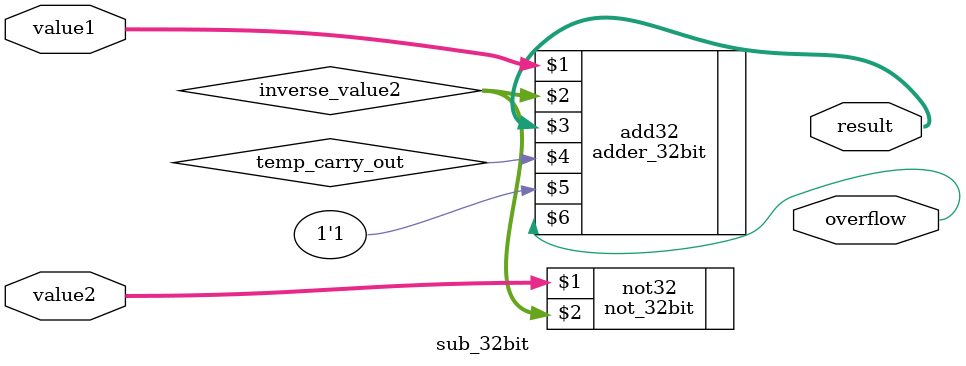
<source format=v>
module sub_32bit(value1, value2, result, overflow);
// Inputs
input [31:0] value1;
input [31:0] value2;
// Output
output [31:0] result;
output overflow;
// Wires
wire [31:0] inverse_value2;
wire temp_carry_out;

// Taking inverse of value2
not_32bit not32(value2, inverse_value2);

// Using 32 bit adder with value1 + (value2' + 1)
adder_32bit add32(value1, inverse_value2, result, temp_carry_out, 1'b1, overflow);

endmodule

</source>
